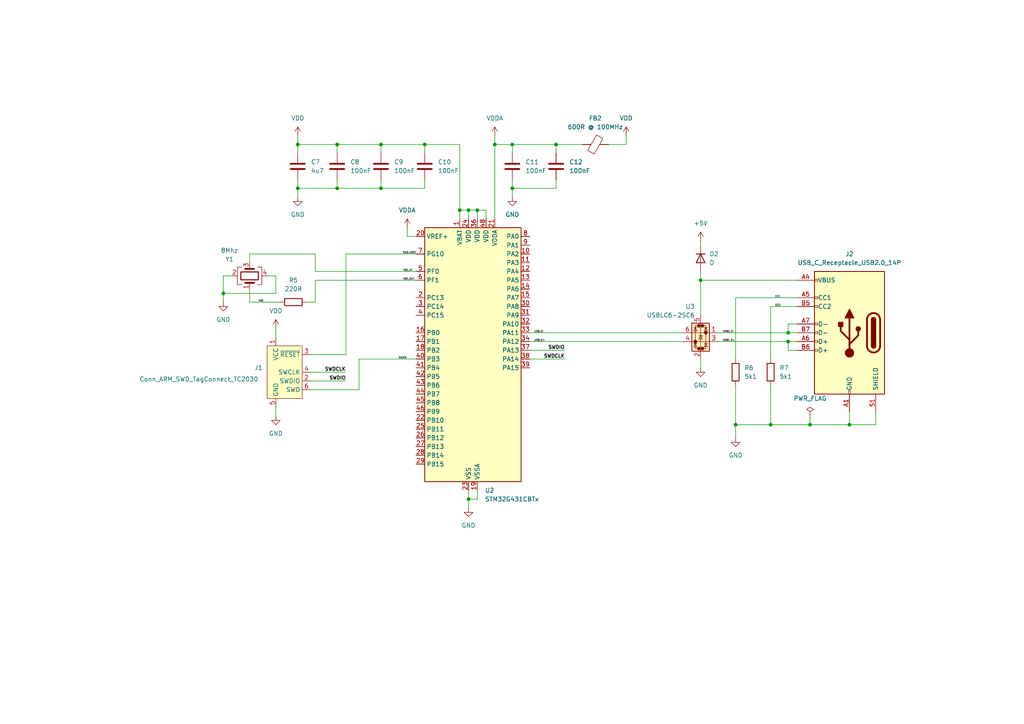
<source format=kicad_sch>
(kicad_sch (version 20231120) (generator "eeschema") (generator_version "8.0")
  (paper "A4")
  (lib_symbols
    (symbol "Connector:Conn_ARM_SWD_TagConnect_TC2030" (in_bom no)
      (property "Reference" "J" (at 2.54 11.43 0))
      (property "Value" "Conn_ARM_SWD_TagConnect_TC2030" (at 5.08 8.89 0))
      (symbol "Conn_ARM_SWD_TagConnect_TC2030_0_0"
        (pin power_in line (at -2.54 10.16 270) (length 2.54) (name "VCC") (number "1"))
        (pin bidirectional line (at 7.62 -2.54 180) (length 2.54) (name "SWDIO") (number "2"))
        (pin open_collector line (at 7.62 5.08 180) (length 2.54) (name "~{RESET}") (number "3"))
        (pin output line (at 7.62 0 180) (length 2.54) (name "SWCLK") (number "4"))
        (pin power_in line (at -2.54 -10.16 90) (length 2.54) (name "GND") (number "5"))
        (pin input line (at 7.62 -5.08 180) (length 2.54) (name "SWO") (number "6"))
      )
      (symbol "Conn_ARM_SWD_TagConnect_TC2030_0_1"
        (rectangle (start -5.08 7.62) (end 5.08 -7.62) (fill (type background)))
      )
    )
    (symbol "Connector:USB_C_Receptacle_USB2.0_14P" (pin_names (offset 1.016))
      (property "Reference" "J" (at 0 22.225 0))
      (property "Value" "USB_C_Receptacle_USB2.0_14P" (at 0 19.685 0))
      (symbol "USB_C_Receptacle_USB2.0_14P_0_0"
        (rectangle (start -0.254 -17.78) (end 0.254 -16.764))
        (rectangle (start 10.16 -4.826) (end 9.144 -5.334))
        (rectangle (start 10.16 -2.286) (end 9.144 -2.794))
        (rectangle (start 10.16 0.254) (end 9.144 -0.254))
        (rectangle (start 10.16 2.794) (end 9.144 2.286))
        (rectangle (start 10.16 7.874) (end 9.144 7.366))
        (rectangle (start 10.16 10.414) (end 9.144 9.906))
        (rectangle (start 10.16 15.494) (end 9.144 14.986))
      )
      (symbol "USB_C_Receptacle_USB2.0_14P_0_1"
        (rectangle (start -10.16 17.78) (end 10.16 -17.78) (stroke (width 0.254)) (fill (type background)))
        (arc (start -8.89 -3.81) (mid -6.985 -5.7067) (end -5.08 -3.81) (stroke (width 0.508)))
        (arc (start -7.62 -3.81) (mid -6.985 -4.4423) (end -6.35 -3.81) (stroke (width 0.254)))
        (arc (start -7.62 -3.81) (mid -6.985 -4.4423) (end -6.35 -3.81) (stroke (width 0.254)) (fill (type outline)))
        (rectangle (start -7.62 -3.81) (end -6.35 3.81) (stroke (width 0.254)) (fill (type outline)))
        (arc (start -6.35 3.81) (mid -6.985 4.4423) (end -7.62 3.81) (stroke (width 0.254)))
        (arc (start -6.35 3.81) (mid -6.985 4.4423) (end -7.62 3.81) (stroke (width 0.254)) (fill (type outline)))
        (arc (start -5.08 3.81) (mid -6.985 5.7067) (end -8.89 3.81) (stroke (width 0.508)))
        (circle (center -2.54 1.143) (radius 0.635) (stroke (width 0.254)) (fill (type outline)))
        (circle (center 0 -5.842) (radius 1.27) (fill (type outline)))
        (polyline (pts (xy -8.89 -3.81) (xy -8.89 3.81)) (stroke (width 0.508)))
        (polyline (pts (xy -5.08 3.81) (xy -5.08 -3.81)) (stroke (width 0.508)))
        (polyline (pts (xy 0 -5.842) (xy 0 4.318)) (stroke (width 0.508)))
        (polyline (pts (xy 0 -3.302) (xy -2.54 -0.762) (xy -2.54 0.508)) (stroke (width 0.508)))
        (polyline (pts (xy 0 -2.032) (xy 2.54 0.508) (xy 2.54 1.778)) (stroke (width 0.508)))
        (polyline (pts (xy -1.27 4.318) (xy 0 6.858) (xy 1.27 4.318) (xy -1.27 4.318)) (stroke (width 0.254)) (fill (type outline)))
        (rectangle (start 1.905 1.778) (end 3.175 3.048) (stroke (width 0.254)) (fill (type outline)))
      )
      (symbol "USB_C_Receptacle_USB2.0_14P_1_1"
        (pin passive line (at 0 -22.86 90) (length 5.08) (name "GND") (number "A1"))
        (pin passive line (at 0 -22.86 90) (length 5.08) hide (name "GND") (number "A12"))
        (pin passive line (at 15.24 15.24 180) (length 5.08) (name "VBUS") (number "A4"))
        (pin bidirectional line (at 15.24 10.16 180) (length 5.08) (name "CC1") (number "A5"))
        (pin bidirectional line (at 15.24 -2.54 180) (length 5.08) (name "D+") (number "A6"))
        (pin bidirectional line (at 15.24 2.54 180) (length 5.08) (name "D-") (number "A7"))
        (pin passive line (at 15.24 15.24 180) (length 5.08) hide (name "VBUS") (number "A9"))
        (pin passive line (at 0 -22.86 90) (length 5.08) hide (name "GND") (number "B1"))
        (pin passive line (at 0 -22.86 90) (length 5.08) hide (name "GND") (number "B12"))
        (pin passive line (at 15.24 15.24 180) (length 5.08) hide (name "VBUS") (number "B4"))
        (pin bidirectional line (at 15.24 7.62 180) (length 5.08) (name "CC2") (number "B5"))
        (pin bidirectional line (at 15.24 -5.08 180) (length 5.08) (name "D+") (number "B6"))
        (pin bidirectional line (at 15.24 0 180) (length 5.08) (name "D-") (number "B7"))
        (pin passive line (at 15.24 15.24 180) (length 5.08) hide (name "VBUS") (number "B9"))
        (pin passive line (at -7.62 -22.86 90) (length 5.08) (name "SHIELD") (number "S1"))
      )
    )
    (symbol "Device:C" (pin_numbers hide) (pin_names (offset 0.254))
      (property "Reference" "C" (at 0.635 2.54 0))
      (property "Value" "C" (at 0.635 -2.54 0))
      (symbol "C_0_1"
        (polyline (pts (xy -2.032 -0.762) (xy 2.032 -0.762)) (stroke (width 0.508)))
        (polyline (pts (xy -2.032 0.762) (xy 2.032 0.762)) (stroke (width 0.508)))
      )
      (symbol "C_1_1"
        (pin passive line (at 0 3.81 270) (length 2.794) (name "~") (number "1"))
        (pin passive line (at 0 -3.81 90) (length 2.794) (name "~") (number "2"))
      )
    )
    (symbol "Device:Crystal_GND24" (pin_names (offset 1.016) hide)
      (property "Reference" "Y" (at 3.175 5.08 0))
      (property "Value" "Crystal_GND24" (at 3.175 3.175 0))
      (symbol "Crystal_GND24_0_1"
        (rectangle (start -1.143 2.54) (end 1.143 -2.54) (stroke (width 0.3048)))
        (polyline (pts (xy -2.54 0) (xy -2.032 0)))
        (polyline (pts (xy -2.032 -1.27) (xy -2.032 1.27)) (stroke (width 0.508)))
        (polyline (pts (xy 0 -3.81) (xy 0 -3.556)))
        (polyline (pts (xy 0 3.556) (xy 0 3.81)))
        (polyline (pts (xy 2.032 -1.27) (xy 2.032 1.27)) (stroke (width 0.508)))
        (polyline (pts (xy 2.032 0) (xy 2.54 0)))
        (polyline (pts (xy -2.54 -2.286) (xy -2.54 -3.556) (xy 2.54 -3.556) (xy 2.54 -2.286)))
        (polyline (pts (xy -2.54 2.286) (xy -2.54 3.556) (xy 2.54 3.556) (xy 2.54 2.286)))
      )
      (symbol "Crystal_GND24_1_1"
        (pin passive line (at -3.81 0 0) (length 1.27) (name "1") (number "1"))
        (pin passive line (at 0 5.08 270) (length 1.27) (name "2") (number "2"))
        (pin passive line (at 3.81 0 180) (length 1.27) (name "3") (number "3"))
        (pin passive line (at 0 -5.08 90) (length 1.27) (name "4") (number "4"))
      )
    )
    (symbol "Device:D" (pin_numbers hide) (pin_names (offset 1.016) hide)
      (property "Reference" "D" (at 0 2.54 0))
      (property "Value" "D" (at 0 -2.54 0))
      (symbol "D_0_1"
        (polyline (pts (xy -1.27 1.27) (xy -1.27 -1.27)) (stroke (width 0.254)))
        (polyline (pts (xy 1.27 0) (xy -1.27 0)))
        (polyline (pts (xy 1.27 1.27) (xy 1.27 -1.27) (xy -1.27 0) (xy 1.27 1.27)) (stroke (width 0.254)))
      )
      (symbol "D_1_1"
        (pin passive line (at -3.81 0 0) (length 2.54) (name "K") (number "1"))
        (pin passive line (at 3.81 0 180) (length 2.54) (name "A") (number "2"))
      )
    )
    (symbol "Device:FerriteBead" (pin_numbers hide) (pin_names (offset 0))
      (property "Reference" "FB" (at -3.81 0.635 90))
      (property "Value" "FerriteBead" (at 3.81 0 90))
      (symbol "FerriteBead_0_1"
        (polyline (pts (xy 0 -1.27) (xy 0 -1.2192)))
        (polyline (pts (xy 0 1.27) (xy 0 1.2954)))
        (polyline (pts (xy -2.7686 0.4064) (xy -1.7018 2.2606) (xy 2.7686 -0.3048) (xy 1.6764 -2.159) (xy -2.7686 0.4064)))
      )
      (symbol "FerriteBead_1_1"
        (pin passive line (at 0 3.81 270) (length 2.54) (name "~") (number "1"))
        (pin passive line (at 0 -3.81 90) (length 2.54) (name "~") (number "2"))
      )
    )
    (symbol "Device:R" (pin_numbers hide) (pin_names (offset 0))
      (property "Reference" "R" (at 2.032 0 90))
      (property "Value" "R" (at 0 0 90))
      (symbol "R_0_1"
        (rectangle (start -1.016 -2.54) (end 1.016 2.54) (stroke (width 0.254)))
      )
      (symbol "R_1_1"
        (pin passive line (at 0 3.81 270) (length 1.27) (name "~") (number "1"))
        (pin passive line (at 0 -3.81 90) (length 1.27) (name "~") (number "2"))
      )
    )
    (symbol "MCU_ST_STM32G4:STM32G431CBTx"
      (property "Reference" "U" (at -12.7 39.37 0))
      (property "Value" "STM32G431CBTx" (at 10.16 39.37 0))
      (symbol "STM32G431CBTx_0_1"
        (rectangle (start -12.7 -35.56) (end 15.24 38.1) (stroke (width 0.254)) (fill (type background)))
      )
      (symbol "STM32G431CBTx_1_1"
        (pin power_in line (at -2.54 40.64 270) (length 2.54) (name "VBAT") (number "1"))
        (pin bidirectional line (at 17.78 30.48 180) (length 2.54) (name "PA2") (number "10"))
        (pin bidirectional line (at 17.78 27.94 180) (length 2.54) (name "PA3") (number "11"))
        (pin bidirectional line (at 17.78 25.4 180) (length 2.54) (name "PA4") (number "12"))
        (pin bidirectional line (at 17.78 22.86 180) (length 2.54) (name "PA5") (number "13"))
        (pin bidirectional line (at 17.78 20.32 180) (length 2.54) (name "PA6") (number "14"))
        (pin bidirectional line (at 17.78 17.78 180) (length 2.54) (name "PA7") (number "15"))
        (pin bidirectional line (at -15.24 7.62 0) (length 2.54) (name "PB0") (number "16"))
        (pin bidirectional line (at -15.24 5.08 0) (length 2.54) (name "PB1") (number "17"))
        (pin bidirectional line (at -15.24 2.54 0) (length 2.54) (name "PB2") (number "18"))
        (pin power_in line (at 2.54 -38.1 90) (length 2.54) (name "VSSA") (number "19"))
        (pin bidirectional line (at -15.24 17.78 0) (length 2.54) (name "PC13") (number "2"))
        (pin input line (at -15.24 35.56 0) (length 2.54) (name "VREF+") (number "20"))
        (pin power_in line (at 7.62 40.64 270) (length 2.54) (name "VDDA") (number "21"))
        (pin bidirectional line (at -15.24 -17.78 0) (length 2.54) (name "PB10") (number "22"))
        (pin power_in line (at 0 -38.1 90) (length 2.54) (name "VSS") (number "23"))
        (pin power_in line (at 0 40.64 270) (length 2.54) (name "VDD") (number "24"))
        (pin bidirectional line (at -15.24 -20.32 0) (length 2.54) (name "PB11") (number "25"))
        (pin bidirectional line (at -15.24 -22.86 0) (length 2.54) (name "PB12") (number "26"))
        (pin bidirectional line (at -15.24 -25.4 0) (length 2.54) (name "PB13") (number "27"))
        (pin bidirectional line (at -15.24 -27.94 0) (length 2.54) (name "PB14") (number "28"))
        (pin bidirectional line (at -15.24 -30.48 0) (length 2.54) (name "PB15") (number "29"))
        (pin bidirectional line (at -15.24 15.24 0) (length 2.54) (name "PC14") (number "3"))
        (pin bidirectional line (at 17.78 15.24 180) (length 2.54) (name "PA8") (number "30"))
        (pin bidirectional line (at 17.78 12.7 180) (length 2.54) (name "PA9") (number "31"))
        (pin bidirectional line (at 17.78 10.16 180) (length 2.54) (name "PA10") (number "32"))
        (pin bidirectional line (at 17.78 7.62 180) (length 2.54) (name "PA11") (number "33"))
        (pin bidirectional line (at 17.78 5.08 180) (length 2.54) (name "PA12") (number "34"))
        (pin passive line (at 0 -38.1 90) (length 2.54) hide (name "VSS") (number "35"))
        (pin power_in line (at 2.54 40.64 270) (length 2.54) (name "VDD") (number "36"))
        (pin bidirectional line (at 17.78 2.54 180) (length 2.54) (name "PA13") (number "37"))
        (pin bidirectional line (at 17.78 0 180) (length 2.54) (name "PA14") (number "38"))
        (pin bidirectional line (at 17.78 -2.54 180) (length 2.54) (name "PA15") (number "39"))
        (pin bidirectional line (at -15.24 12.7 0) (length 2.54) (name "PC15") (number "4"))
        (pin bidirectional line (at -15.24 0 0) (length 2.54) (name "PB3") (number "40"))
        (pin bidirectional line (at -15.24 -2.54 0) (length 2.54) (name "PB4") (number "41"))
        (pin bidirectional line (at -15.24 -5.08 0) (length 2.54) (name "PB5") (number "42"))
        (pin bidirectional line (at -15.24 -7.62 0) (length 2.54) (name "PB6") (number "43"))
        (pin bidirectional line (at -15.24 -10.16 0) (length 2.54) (name "PB7") (number "44"))
        (pin bidirectional line (at -15.24 -12.7 0) (length 2.54) (name "PB8") (number "45"))
        (pin bidirectional line (at -15.24 -15.24 0) (length 2.54) (name "PB9") (number "46"))
        (pin passive line (at 0 -38.1 90) (length 2.54) hide (name "VSS") (number "47"))
        (pin power_in line (at 5.08 40.64 270) (length 2.54) (name "VDD") (number "48"))
        (pin bidirectional line (at -15.24 25.4 0) (length 2.54) (name "PF0") (number "5"))
        (pin bidirectional line (at -15.24 22.86 0) (length 2.54) (name "PF1") (number "6"))
        (pin bidirectional line (at -15.24 30.48 0) (length 2.54) (name "PG10") (number "7"))
        (pin bidirectional line (at 17.78 35.56 180) (length 2.54) (name "PA0") (number "8"))
        (pin bidirectional line (at 17.78 33.02 180) (length 2.54) (name "PA1") (number "9"))
      )
    )
    (symbol "Power_Protection:USBLC6-2SC6" (pin_names hide)
      (property "Reference" "U" (at 0.635 5.715 0))
      (property "Value" "USBLC6-2SC6" (at 0.635 3.81 0))
      (symbol "USBLC6-2SC6_0_0"
        (circle (center -1.524 0) (radius 0.0001) (stroke (width 0.508)))
        (circle (center -0.508 -4.572) (radius 0.0001) (stroke (width 0.508)))
        (circle (center -0.508 2.032) (radius 0.0001) (stroke (width 0.508)))
        (circle (center 0.508 -4.572) (radius 0.0001) (stroke (width 0.508)))
        (circle (center 0.508 2.032) (radius 0.0001) (stroke (width 0.508)))
        (circle (center 1.524 -2.54) (radius 0.0001) (stroke (width 0.508)))
      )
      (symbol "USBLC6-2SC6_0_1"
        (polyline (pts (xy -2.54 -2.54) (xy 2.54 -2.54)))
        (polyline (pts (xy -2.54 0) (xy 2.54 0)))
        (polyline (pts (xy -2.032 -3.048) (xy -1.016 -3.048)))
        (polyline (pts (xy -1.016 1.524) (xy -2.032 1.524)))
        (polyline (pts (xy 1.016 -3.048) (xy 2.032 -3.048)))
        (polyline (pts (xy 1.016 1.524) (xy 2.032 1.524)))
        (polyline (pts (xy -0.508 -1.143) (xy -0.508 -0.762) (xy 0.508 -0.762)))
        (polyline (pts (xy -2.032 0.508) (xy -1.016 0.508) (xy -1.524 1.524) (xy -2.032 0.508)))
        (polyline (pts (xy -1.016 -4.064) (xy -2.032 -4.064) (xy -1.524 -3.048) (xy -1.016 -4.064)))
        (polyline (pts (xy 0.508 -1.778) (xy -0.508 -1.778) (xy 0 -0.762) (xy 0.508 -1.778)))
        (polyline (pts (xy 2.032 -4.064) (xy 1.016 -4.064) (xy 1.524 -3.048) (xy 2.032 -4.064)))
        (polyline (pts (xy 2.032 0.508) (xy 1.016 0.508) (xy 1.524 1.524) (xy 2.032 0.508)))
        (polyline (pts (xy 0 2.54) (xy -0.508 2.032) (xy 0.508 2.032) (xy 0 1.524) (xy 0 -4.064) (xy -0.508 -4.572) (xy 0.508 -4.572) (xy 0 -5.08)))
      )
      (symbol "USBLC6-2SC6_1_1"
        (rectangle (start -2.54 2.794) (end 2.54 -5.334) (stroke (width 0.254)) (fill (type background)))
        (polyline (pts (xy -0.508 2.032) (xy -1.524 2.032) (xy -1.524 -4.572) (xy -0.508 -4.572)))
        (polyline (pts (xy 0.508 -4.572) (xy 1.524 -4.572) (xy 1.524 2.032) (xy 0.508 2.032)))
        (pin passive line (at -5.08 0 0) (length 2.54) (name "I/O1") (number "1"))
        (pin passive line (at 0 -7.62 90) (length 2.54) (name "GND") (number "2"))
        (pin passive line (at -5.08 -2.54 0) (length 2.54) (name "I/O2") (number "3"))
        (pin passive line (at 5.08 -2.54 180) (length 2.54) (name "I/O2") (number "4"))
        (pin passive line (at 0 5.08 270) (length 2.54) (name "VBUS") (number "5"))
        (pin passive line (at 5.08 0 180) (length 2.54) (name "I/O1") (number "6"))
      )
    )
    (symbol "power:+5V" (power) (pin_numbers hide) (pin_names (offset 0) hide)
      (property "Value" "+5V" (at 0 3.556 0))
      (symbol "+5V_0_1"
        (polyline (pts (xy -0.762 1.27) (xy 0 2.54)))
        (polyline (pts (xy 0 0) (xy 0 2.54)))
        (polyline (pts (xy 0 2.54) (xy 0.762 1.27)))
      )
      (symbol "+5V_1_1"
        (pin power_in line (at 0 0 90) (length 0) (name "~") (number "1"))
      )
    )
    (symbol "power:GND" (power) (pin_numbers hide) (pin_names (offset 0) hide)
      (property "Value" "GND" (at 0 -3.81 0))
      (symbol "GND_0_1"
        (polyline (pts (xy 0 0) (xy 0 -1.27) (xy 1.27 -1.27) (xy 0 -2.54) (xy -1.27 -1.27) (xy 0 -1.27)))
      )
      (symbol "GND_1_1"
        (pin power_in line (at 0 0 270) (length 0) (name "~") (number "1"))
      )
    )
    (symbol "power:PWR_FLAG" (power) (pin_numbers hide) (pin_names (offset 0) hide)
      (property "Value" "PWR_FLAG" (at 0 3.81 0))
      (symbol "PWR_FLAG_0_0"
        (pin power_out line (at 0 0 90) (length 0) (name "~") (number "1"))
      )
      (symbol "PWR_FLAG_0_1"
        (polyline (pts (xy 0 0) (xy 0 1.27) (xy -1.016 1.905) (xy 0 2.54) (xy 1.016 1.905) (xy 0 1.27)))
      )
    )
    (symbol "power:VDD" (power) (pin_numbers hide) (pin_names (offset 0) hide)
      (property "Value" "VDD" (at 0 3.556 0))
      (symbol "VDD_0_1"
        (polyline (pts (xy -0.762 1.27) (xy 0 2.54)))
        (polyline (pts (xy 0 0) (xy 0 2.54)))
        (polyline (pts (xy 0 2.54) (xy 0.762 1.27)))
      )
      (symbol "VDD_1_1"
        (pin power_in line (at 0 0 90) (length 0) (name "~") (number "1"))
      )
    )
    (symbol "power:VDDA" (power) (pin_numbers hide) (pin_names (offset 0) hide)
      (property "Value" "VDDA" (at 0 3.556 0))
      (symbol "VDDA_0_1"
        (polyline (pts (xy -0.762 1.27) (xy 0 2.54)))
        (polyline (pts (xy 0 0) (xy 0 2.54)))
        (polyline (pts (xy 0 2.54) (xy 0.762 1.27)))
      )
      (symbol "VDDA_1_1"
        (pin power_in line (at 0 0 90) (length 0) (name "~") (number "1"))
      )
    )
  )
  (junction (at 64.77 85.09))
  (junction (at 203.2 81.28))
  (junction (at 135.89 60.96))
  (junction (at 97.79 41.91))
  (junction (at 123.19 41.91))
  (junction (at 213.36 123.19))
  (junction (at 148.59 54.61))
  (junction (at 228.6 99.06))
  (junction (at 110.49 41.91))
  (junction (at 86.36 41.91))
  (junction (at 223.52 123.19))
  (junction (at 138.43 60.96))
  (junction (at 143.51 41.91))
  (junction (at 133.35 60.96))
  (junction (at 135.89 144.78))
  (junction (at 161.29 41.91))
  (junction (at 246.38 123.19))
  (junction (at 86.36 54.61))
  (junction (at 97.79 54.61))
  (junction (at 110.49 54.61))
  (junction (at 148.59 41.91))
  (junction (at 234.95 123.19))
  (junction (at 228.6 96.52))
  (wire (pts (xy 153.67 96.52) (xy 198.12 96.52)))
  (wire (pts (xy 203.2 81.28) (xy 231.14 81.28)))
  (wire (pts (xy 86.36 54.61) (xy 86.36 57.15)))
  (wire (pts (xy 123.19 41.91) (xy 123.19 44.45)))
  (wire (pts (xy 161.29 41.91) (xy 168.91 41.91)))
  (wire (pts (xy 148.59 54.61) (xy 161.29 54.61)))
  (wire (pts (xy 213.36 111.76) (xy 213.36 123.19)))
  (wire (pts (xy 140.97 60.96) (xy 138.43 60.96)))
  (wire (pts (xy 234.95 120.65) (xy 234.95 123.19)))
  (wire (pts (xy 72.39 87.63) (xy 81.28 87.63)))
  (wire (pts (xy 110.49 41.91) (xy 110.49 44.45)))
  (wire (pts (xy 148.59 52.07) (xy 148.59 54.61)))
  (wire (pts (xy 246.38 119.38) (xy 246.38 123.19)))
  (wire (pts (xy 88.9 87.63) (xy 91.44 87.63)))
  (wire (pts (xy 148.59 41.91) (xy 161.29 41.91)))
  (wire (pts (xy 64.77 80.01) (xy 64.77 85.09)))
  (wire (pts (xy 203.2 69.85) (xy 203.2 71.12)))
  (wire (pts (xy 153.67 104.14) (xy 163.83 104.14)))
  (wire (pts (xy 213.36 123.19) (xy 223.52 123.19)))
  (wire (pts (xy 80.01 95.25) (xy 80.01 97.79)))
  (wire (pts (xy 104.14 104.14) (xy 120.65 104.14)))
  (wire (pts (xy 64.77 85.09) (xy 80.01 85.09)))
  (wire (pts (xy 97.79 41.91) (xy 86.36 41.91)))
  (wire (pts (xy 91.44 78.74) (xy 91.44 73.66)))
  (wire (pts (xy 203.2 104.14) (xy 203.2 106.68)))
  (wire (pts (xy 254 123.19) (xy 254 119.38)))
  (wire (pts (xy 138.43 142.24) (xy 138.43 144.78)))
  (wire (pts (xy 213.36 123.19) (xy 213.36 127)))
  (wire (pts (xy 234.95 123.19) (xy 246.38 123.19)))
  (wire (pts (xy 203.2 91.44) (xy 203.2 81.28)))
  (wire (pts (xy 123.19 41.91) (xy 133.35 41.91)))
  (wire (pts (xy 90.17 113.03) (xy 104.14 113.03)))
  (wire (pts (xy 86.36 41.91) (xy 86.36 44.45)))
  (wire (pts (xy 228.6 93.98) (xy 228.6 96.52)))
  (wire (pts (xy 100.33 102.87) (xy 100.33 73.66)))
  (wire (pts (xy 86.36 54.61) (xy 97.79 54.61)))
  (wire (pts (xy 133.35 41.91) (xy 133.35 60.96)))
  (wire (pts (xy 223.52 88.9) (xy 231.14 88.9)))
  (wire (pts (xy 228.6 96.52) (xy 231.14 96.52)))
  (wire (pts (xy 91.44 81.28) (xy 120.65 81.28)))
  (wire (pts (xy 91.44 87.63) (xy 91.44 81.28)))
  (wire (pts (xy 161.29 41.91) (xy 161.29 44.45)))
  (wire (pts (xy 223.52 111.76) (xy 223.52 123.19)))
  (wire (pts (xy 118.11 68.58) (xy 118.11 66.04)))
  (wire (pts (xy 91.44 73.66) (xy 72.39 73.66)))
  (wire (pts (xy 135.89 60.96) (xy 135.89 63.5)))
  (wire (pts (xy 110.49 41.91) (xy 123.19 41.91)))
  (wire (pts (xy 143.51 41.91) (xy 143.51 63.5)))
  (wire (pts (xy 80.01 80.01) (xy 80.01 85.09)))
  (wire (pts (xy 228.6 99.06) (xy 231.14 99.06)))
  (wire (pts (xy 223.52 123.19) (xy 234.95 123.19)))
  (wire (pts (xy 110.49 54.61) (xy 123.19 54.61)))
  (wire (pts (xy 133.35 60.96) (xy 133.35 63.5)))
  (wire (pts (xy 181.61 41.91) (xy 181.61 39.37)))
  (wire (pts (xy 143.51 39.37) (xy 143.51 41.91)))
  (wire (pts (xy 120.65 68.58) (xy 118.11 68.58)))
  (wire (pts (xy 135.89 60.96) (xy 133.35 60.96)))
  (wire (pts (xy 77.47 80.01) (xy 80.01 80.01)))
  (wire (pts (xy 153.67 99.06) (xy 198.12 99.06)))
  (wire (pts (xy 148.59 54.61) (xy 148.59 57.15)))
  (wire (pts (xy 97.79 52.07) (xy 97.79 54.61)))
  (wire (pts (xy 153.67 101.6) (xy 163.83 101.6)))
  (wire (pts (xy 64.77 80.01) (xy 67.31 80.01)))
  (wire (pts (xy 208.28 99.06) (xy 228.6 99.06)))
  (wire (pts (xy 135.89 142.24) (xy 135.89 144.78)))
  (wire (pts (xy 86.36 39.37) (xy 86.36 41.91)))
  (wire (pts (xy 231.14 93.98) (xy 228.6 93.98)))
  (wire (pts (xy 148.59 41.91) (xy 148.59 44.45)))
  (wire (pts (xy 90.17 110.49) (xy 100.33 110.49)))
  (wire (pts (xy 97.79 41.91) (xy 110.49 41.91)))
  (wire (pts (xy 138.43 60.96) (xy 138.43 63.5)))
  (wire (pts (xy 97.79 44.45) (xy 97.79 41.91)))
  (wire (pts (xy 123.19 54.61) (xy 123.19 52.07)))
  (wire (pts (xy 100.33 73.66) (xy 120.65 73.66)))
  (wire (pts (xy 64.77 85.09) (xy 64.77 87.63)))
  (wire (pts (xy 72.39 83.82) (xy 72.39 87.63)))
  (wire (pts (xy 176.53 41.91) (xy 181.61 41.91)))
  (wire (pts (xy 90.17 102.87) (xy 100.33 102.87)))
  (wire (pts (xy 143.51 41.91) (xy 148.59 41.91)))
  (wire (pts (xy 223.52 104.14) (xy 223.52 88.9)))
  (wire (pts (xy 104.14 113.03) (xy 104.14 104.14)))
  (wire (pts (xy 213.36 104.14) (xy 213.36 86.36)))
  (wire (pts (xy 138.43 60.96) (xy 135.89 60.96)))
  (wire (pts (xy 246.38 123.19) (xy 254 123.19)))
  (wire (pts (xy 72.39 73.66) (xy 72.39 76.2)))
  (wire (pts (xy 203.2 78.74) (xy 203.2 81.28)))
  (wire (pts (xy 228.6 101.6) (xy 231.14 101.6)))
  (wire (pts (xy 140.97 63.5) (xy 140.97 60.96)))
  (wire (pts (xy 161.29 54.61) (xy 161.29 52.07)))
  (wire (pts (xy 97.79 54.61) (xy 110.49 54.61)))
  (wire (pts (xy 213.36 86.36) (xy 231.14 86.36)))
  (wire (pts (xy 228.6 99.06) (xy 228.6 101.6)))
  (wire (pts (xy 120.65 78.74) (xy 91.44 78.74)))
  (wire (pts (xy 135.89 144.78) (xy 135.89 147.32)))
  (wire (pts (xy 90.17 107.95) (xy 100.33 107.95)))
  (wire (pts (xy 86.36 52.07) (xy 86.36 54.61)))
  (wire (pts (xy 208.28 96.52) (xy 228.6 96.52)))
  (wire (pts (xy 80.01 118.11) (xy 80.01 120.65)))
  (wire (pts (xy 110.49 52.07) (xy 110.49 54.61)))
  (wire (pts (xy 135.89 144.78) (xy 138.43 144.78)))
  (label "USB_D+" (at 154.94 99.06 0) (effects (font (size 0.5 0.5) (bold yes))))
  (label "USBC_D+" (at 209.55 99.06 0) (effects (font (size 0.5 0.5) (bold yes))))
  (label "SWD_NRST" (at 116.84 73.66 0) (effects (font (size 0.5 0.5) (bold yes))))
  (label "SWDIO" (at 100.33 110.49 180) (effects (font (size 1 1) (bold yes))))
  (label "SWDIO" (at 163.83 101.6 180) (effects (font (size 1 1) (bold yes))))
  (label "HSE" (at 74.93 87.63 0) (effects (font (size 0.5 0.5) (bold yes))))
  (label "SWDIO" (at 115.57 104.14 0) (effects (font (size 0.5 0.5) (bold yes))))
  (label "SWDCLK" (at 163.83 104.14 180) (effects (font (size 1 1) (bold yes))))
  (label "USBC_D-" (at 209.55 96.52 0) (effects (font (size 0.5 0.5) (bold yes))))
  (label "SWDCLK" (at 100.33 107.95 180) (effects (font (size 1 1) (bold yes))))
  (label "CC1" (at 224.79 86.36 0) (effects (font (size 0.5 0.5) (bold yes))))
  (label "USB_D-" (at 154.94 96.52 0) (effects (font (size 0.5 0.5) (bold yes))))
  (label "CC2" (at 224.79 88.9 0) (effects (font (size 0.5 0.5) (bold yes))))
  (label "HSE_IN" (at 116.84 78.74 0) (effects (font (size 0.5 0.5) (bold yes))))
  (label "HSE_OUT" (at 116.84 81.28 0) (effects (font (size 0.5 0.5) (bold yes))))
  (symbol (lib_id "power:GND") (at 86.36 57.15 0) (unit 1)
    (property "Reference" "#PWR09" (effects (hide yes)))
    (property "Value" "GND" (at 86.36 62.23 0))
    (property "Description" "Power symbol creates a global label with name \"GND\" , ground" (effects (hide yes)))
  )
  (symbol (lib_id "Connector:Conn_ARM_SWD_TagConnect_TC2030") (at 82.55 107.95 0) (unit 1) (in_bom no)
    (property "Reference" "J1" (at 76.2 106.6799 0) (effects (justify right)))
    (property "Value" "Conn_ARM_SWD_TagConnect_TC2030" (at 74.93 109.982 0) (effects (justify right)))
    (property "Footprint" "Connector:Tag-Connect_TC2030-IDC-FP_2x03_P1.27mm_Vertical" (effects (hide yes)))
    (property "Datasheet" "https://www.tag-connect.com/wp-content/uploads/bsk-pdf-manager/TC2030-CTX_1.pdf" (effects (hide yes)))
    (property "Description" "Tag-Connect ARM Cortex SWD JTAG connector, 6 pin" (effects (hide yes)))
  )
  (symbol (lib_id "Device:Crystal_GND24") (at 72.39 80.01 90) (unit 1)
    (property "Reference" "Y1" (at 66.548 75.184 90))
    (property "Value" "8Mhz" (at 66.548 72.644 90))
    (property "Description" "Four pin crystal, GND on pins 2 and 4" (effects (hide yes)))
  )
  (symbol (lib_id "power:VDDA") (at 118.11 66.04 0) (unit 1)
    (property "Reference" "#PWR014" (effects (hide yes)))
    (property "Value" "VDDA" (at 118.11 60.96 0))
    (property "Description" "Power symbol creates a global label with name \"VDDA\"" (effects (hide yes)))
  )
  (symbol (lib_id "power:GND") (at 135.89 147.32 0) (unit 1)
    (property "Reference" "#PWR015" (effects (hide yes)))
    (property "Value" "GND" (at 135.89 152.4 0))
    (property "Description" "Power symbol creates a global label with name \"GND\" , ground" (effects (hide yes)))
  )
  (symbol (lib_id "power:GND") (at 64.77 87.63 0) (unit 1)
    (property "Reference" "#PWR013" (effects (hide yes)))
    (property "Value" "GND" (at 64.77 92.71 0))
    (property "Description" "Power symbol creates a global label with name \"GND\" , ground" (effects (hide yes)))
  )
  (symbol (lib_id "Device:C") (at 123.19 48.26 0) (unit 1)
    (property "Reference" "C10" (at 127 46.9899 0) (effects (justify left)))
    (property "Value" "100nF" (at 127 49.5299 0) (effects (justify left)))
    (property "Description" "Unpolarized capacitor" (effects (hide yes)))
  )
  (symbol (lib_id "power:VDDA") (at 143.51 39.37 0) (unit 1)
    (property "Reference" "#PWR011" (effects (hide yes)))
    (property "Value" "VDDA" (at 143.51 34.29 0))
    (property "Description" "Power symbol creates a global label with name \"VDDA\"" (effects (hide yes)))
  )
  (symbol (lib_id "power:GND") (at 213.36 127 0) (unit 1)
    (property "Reference" "#PWR019" (effects (hide yes)))
    (property "Value" "GND" (at 213.36 132.08 0))
    (property "Description" "Power symbol creates a global label with name \"GND\" , ground" (effects (hide yes)))
  )
  (symbol (lib_id "Device:C") (at 86.36 48.26 0) (unit 1)
    (property "Reference" "C7" (at 90.17 46.9899 0) (effects (justify left)))
    (property "Value" "4u7" (at 90.17 49.5299 0) (effects (justify left)))
    (property "Description" "Unpolarized capacitor" (effects (hide yes)))
  )
  (symbol (lib_id "power:PWR_FLAG") (at 234.95 120.65 0) (unit 1)
    (property "Reference" "#FLG01" (effects (hide yes)))
    (property "Value" "PWR_FLAG" (at 234.95 115.57 0))
    (property "Description" "Special symbol for telling ERC where power comes from" (effects (hide yes)))
  )
  (symbol (lib_id "Power_Protection:USBLC6-2SC6") (at 203.2 96.52 0) (mirror y) (unit 1)
    (property "Reference" "U3" (at 201.5489 88.9 0) (effects (justify left)))
    (property "Value" "USBLC6-2SC6" (at 201.5489 91.44 0) (effects (justify left)))
    (property "Footprint" "Package_TO_SOT_SMD:SOT-23-6" (effects (hide yes)))
    (property "Datasheet" "https://www.st.com/resource/en/datasheet/usblc6-2.pdf" (effects (hide yes)))
    (property "Description" "Very low capacitance ESD protection diode, 2 data-line, SOT-23-6" (effects (hide yes)))
  )
  (symbol (lib_id "MCU_ST_STM32G4:STM32G431CBTx") (at 135.89 104.14 0) (unit 1)
    (property "Reference" "U2" (at 140.6241 142.24 0) (effects (justify left)))
    (property "Value" "STM32G431CBTx" (at 140.6241 144.78 0) (effects (justify left)))
    (property "Footprint" "Package_QFP:LQFP-48_7x7mm_P0.5mm" (effects (hide yes)))
    (property "Datasheet" "https://www.st.com/resource/en/datasheet/stm32g431cb.pdf" (effects (hide yes)))
    (property "Description" "STMicroelectronics Arm Cortex-M4 MCU, 128KB flash, 32KB RAM, 170 MHz, 1.71-3.6V, 38 GPIO, LQFP48" (effects (hide yes)))
  )
  (symbol (lib_id "power:+5V") (at 203.2 69.85 0) (unit 1)
    (property "Reference" "#PWR020" (effects (hide yes)))
    (property "Value" "+5V" (at 203.2 64.77 0))
    (property "Description" "Power symbol creates a global label with name \"+5V\"" (effects (hide yes)))
  )
  (symbol (lib_id "Device:C") (at 161.29 48.26 0) (unit 1)
    (property "Reference" "C12" (at 165.1 46.9899 0) (effects (justify left)))
    (property "Value" "100nF" (at 165.1 49.5299 0) (effects (justify left)))
    (property "Description" "Unpolarized capacitor" (effects (hide yes)))
  )
  (symbol (lib_id "power:GND") (at 148.59 57.15 0) (unit 1)
    (property "Reference" "#PWR012" (effects (hide yes)))
    (property "Value" "GND" (at 148.59 62.23 0))
    (property "Description" "Power symbol creates a global label with name \"GND\" , ground" (effects (hide yes)))
  )
  (symbol (lib_id "Device:FerriteBead") (at 172.72 41.91 90) (unit 1)
    (property "Reference" "FB2" (at 172.6692 34.29 90))
    (property "Value" "600R @ 100MHz" (at 172.6692 36.83 90))
    (property "Description" "Ferrite bead" (effects (hide yes)))
  )
  (symbol (lib_id "power:GND") (at 203.2 106.68 0) (unit 1)
    (property "Reference" "#PWR018" (effects (hide yes)))
    (property "Value" "GND" (at 203.2 111.76 0))
    (property "Description" "Power symbol creates a global label with name \"GND\" , ground" (effects (hide yes)))
  )
  (symbol (lib_id "Connector:USB_C_Receptacle_USB2.0_14P") (at 246.38 96.52 0) (mirror y) (unit 1)
    (property "Reference" "J2" (at 246.38 73.66 0))
    (property "Value" "USB_C_Receptacle_USB2.0_14P" (at 246.38 76.2 0))
    (property "Datasheet" "https://www.usb.org/sites/default/files/documents/usb_type-c.zip" (effects (hide yes)))
    (property "Description" "USB 2.0-only 14P Type-C Receptacle connector" (effects (hide yes)))
  )
  (symbol (lib_id "power:VDD") (at 86.36 39.37 0) (unit 1)
    (property "Reference" "#PWR08" (effects (hide yes)))
    (property "Value" "VDD" (at 86.36 34.29 0))
    (property "Description" "Power symbol creates a global label with name \"VDD\"" (effects (hide yes)))
  )
  (symbol (lib_id "power:VDD") (at 181.61 39.37 0) (unit 1)
    (property "Reference" "#PWR010" (effects (hide yes)))
    (property "Value" "VDD" (at 181.61 34.29 0))
    (property "Description" "Power symbol creates a global label with name \"VDD\"" (effects (hide yes)))
  )
  (symbol (lib_id "Device:R") (at 85.09 87.63 90) (unit 1)
    (property "Reference" "R5" (at 85.09 81.28 90))
    (property "Value" "220R" (at 85.09 83.82 90))
    (property "Description" "Resistor" (effects (hide yes)))
  )
  (symbol (lib_id "power:GND") (at 80.01 120.65 0) (unit 1)
    (property "Reference" "#PWR016" (effects (hide yes)))
    (property "Value" "GND" (at 80.01 125.73 0))
    (property "Description" "Power symbol creates a global label with name \"GND\" , ground" (effects (hide yes)))
  )
  (symbol (lib_id "Device:R") (at 213.36 107.95 180) (unit 1)
    (property "Reference" "R6" (at 215.9 106.6799 0) (effects (justify right)))
    (property "Value" "5k1" (at 215.9 109.2199 0) (effects (justify right)))
    (property "Description" "Resistor" (effects (hide yes)))
  )
  (symbol (lib_id "Device:C") (at 110.49 48.26 0) (unit 1)
    (property "Reference" "C9" (at 114.3 46.9899 0) (effects (justify left)))
    (property "Value" "100nF" (at 114.3 49.5299 0) (effects (justify left)))
    (property "Description" "Unpolarized capacitor" (effects (hide yes)))
  )
  (symbol (lib_id "Device:R") (at 223.52 107.95 180) (unit 1)
    (property "Reference" "R7" (at 226.06 106.6799 0) (effects (justify right)))
    (property "Value" "5k1" (at 226.06 109.2199 0) (effects (justify right)))
    (property "Description" "Resistor" (effects (hide yes)))
  )
  (symbol (lib_id "Device:C") (at 148.59 48.26 0) (unit 1)
    (property "Reference" "C11" (at 152.4 46.9899 0) (effects (justify left)))
    (property "Value" "100nF" (at 152.4 49.5299 0) (effects (justify left)))
    (property "Description" "Unpolarized capacitor" (effects (hide yes)))
  )
  (symbol (lib_id "Device:C") (at 97.79 48.26 0) (unit 1)
    (property "Reference" "C8" (at 101.6 46.9899 0) (effects (justify left)))
    (property "Value" "100nF" (at 101.6 49.5299 0) (effects (justify left)))
    (property "Description" "Unpolarized capacitor" (effects (hide yes)))
  )
  (symbol (lib_id "power:VDD") (at 80.01 95.25 0) (unit 1)
    (property "Reference" "#PWR017" (effects (hide yes)))
    (property "Value" "VDD" (at 80.01 90.17 0))
    (property "Description" "Power symbol creates a global label with name \"VDD\"" (effects (hide yes)))
  )
  (symbol (lib_id "Device:D") (at 203.2 74.93 270) (unit 1)
    (property "Reference" "D2" (at 205.74 73.6599 90) (effects (justify left)))
    (property "Value" "D" (at 205.74 76.1999 90) (effects (justify left)))
    (property "Description" "Diode" (effects (hide yes)))
    (property "Sim.Device" "D" (effects (hide yes)))
    (property "Sim.Pins" "1=K 2=A" (effects (hide yes)))
  )
)
</source>
